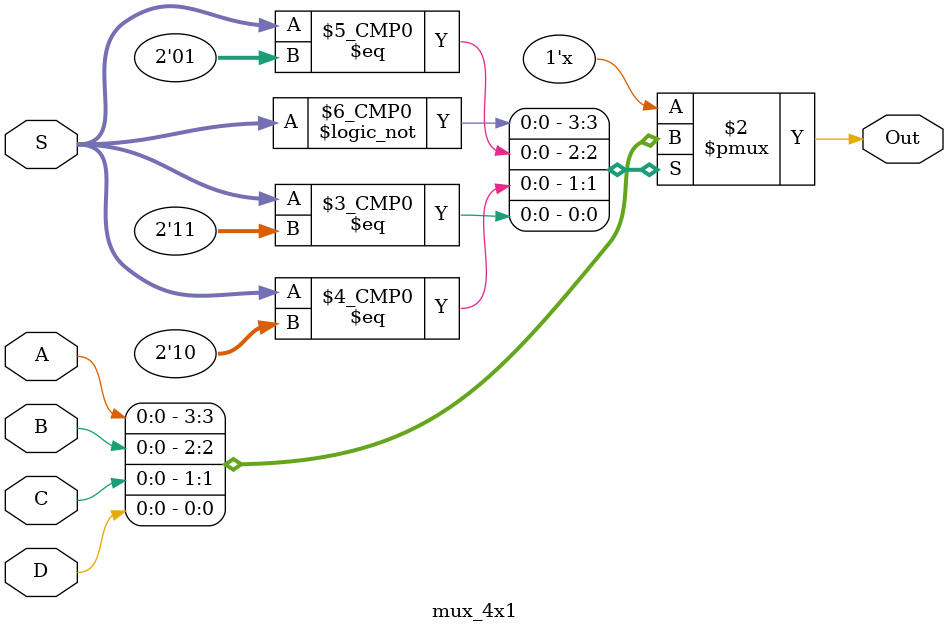
<source format=v>
`timescale 1ns / 1ps


module mux_4x1(
    input A,
    input B,
    input C,
    input D,
    input [1:0] S,
    output reg Out
    );
   
always @(S)
    begin 
        case(S)
            2'b00:
                Out <= A; 
            2'b01:
                Out <= B; 
            2'b10: 
                Out <= C; 
            2'b11: 
                Out <= D;
         endcase    
                        
    end 
endmodule

</source>
